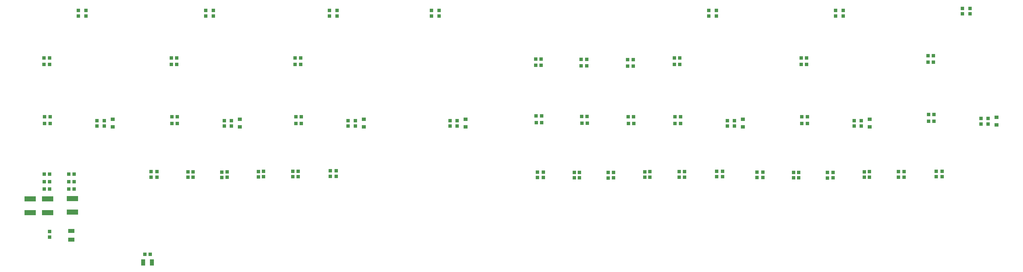
<source format=gbp>
G04 Layer_Color=128*
%FSLAX25Y25*%
%MOIN*%
G70*
G01*
G75*
%ADD19R,0.04331X0.04331*%
%ADD20R,0.04331X0.04331*%
%ADD21R,0.07480X0.04724*%
%ADD22R,0.04724X0.07480*%
%ADD46R,0.13780X0.05905*%
%ADD47R,0.05118X0.04331*%
D19*
X981004Y589000D02*
D03*
X987500D02*
D03*
X891000Y675000D02*
D03*
X897496D02*
D03*
X891000Y684000D02*
D03*
X897496D02*
D03*
X891000Y666500D02*
D03*
X897496D02*
D03*
X862000Y675000D02*
D03*
X868496D02*
D03*
X862000Y666500D02*
D03*
X868496D02*
D03*
X862000Y684000D02*
D03*
X868496D02*
D03*
X1159652Y752196D02*
D03*
X1166148D02*
D03*
X1165396Y814196D02*
D03*
X1158900D02*
D03*
X1159652Y744196D02*
D03*
X1166148D02*
D03*
X1165396Y821796D02*
D03*
X1158900D02*
D03*
X1013124Y752196D02*
D03*
X1019621D02*
D03*
X1018869Y814196D02*
D03*
X1012372D02*
D03*
X1013124Y744196D02*
D03*
X1019621D02*
D03*
X1018869Y821796D02*
D03*
X1012372D02*
D03*
X862624Y752196D02*
D03*
X869121D02*
D03*
X868369Y814196D02*
D03*
X861872D02*
D03*
X862624Y744196D02*
D03*
X869121D02*
D03*
X868369Y821796D02*
D03*
X861872D02*
D03*
X1552752Y752248D02*
D03*
X1559248D02*
D03*
X1558748Y819748D02*
D03*
X1552252D02*
D03*
X1553004Y744248D02*
D03*
X1559500D02*
D03*
X1558748Y812248D02*
D03*
X1552252D02*
D03*
X1497748Y752496D02*
D03*
X1504244D02*
D03*
X1503744Y819996D02*
D03*
X1497248D02*
D03*
X1498000Y744496D02*
D03*
X1504496D02*
D03*
X1503744Y812496D02*
D03*
X1497248D02*
D03*
X1443870Y753000D02*
D03*
X1450366D02*
D03*
X1449866Y820500D02*
D03*
X1443370D02*
D03*
X1444122Y745000D02*
D03*
X1450618D02*
D03*
X1449866Y813000D02*
D03*
X1443370D02*
D03*
X1908124Y754696D02*
D03*
X1914621D02*
D03*
X1913869Y816696D02*
D03*
X1907372D02*
D03*
X1908124Y746696D02*
D03*
X1914621D02*
D03*
X1913869Y824296D02*
D03*
X1907372D02*
D03*
X1608152Y752196D02*
D03*
X1614648D02*
D03*
X1613896Y814196D02*
D03*
X1607400D02*
D03*
X1608152Y744196D02*
D03*
X1614648D02*
D03*
X1613896Y821796D02*
D03*
X1607400D02*
D03*
X1758152Y752196D02*
D03*
X1764648D02*
D03*
X1763896Y814196D02*
D03*
X1757400D02*
D03*
X1758152Y744196D02*
D03*
X1764648D02*
D03*
X1763896Y821796D02*
D03*
X1757400D02*
D03*
D20*
X1200504Y687996D02*
D03*
Y681500D02*
D03*
X1207504Y687996D02*
D03*
Y681500D02*
D03*
X1162504Y681000D02*
D03*
Y687496D02*
D03*
X1156004Y681000D02*
D03*
Y687496D02*
D03*
X1121504D02*
D03*
Y681000D02*
D03*
X1115504Y687248D02*
D03*
Y680752D02*
D03*
X1078504Y680252D02*
D03*
Y686748D02*
D03*
X1072004Y680000D02*
D03*
Y686496D02*
D03*
X1038004Y686748D02*
D03*
Y680252D02*
D03*
X1032004Y686748D02*
D03*
Y680252D02*
D03*
X995504Y680500D02*
D03*
Y686996D02*
D03*
X988504Y680500D02*
D03*
Y686996D02*
D03*
X1917000Y687496D02*
D03*
Y681000D02*
D03*
X1924000Y687496D02*
D03*
Y681000D02*
D03*
X1657500Y687496D02*
D03*
Y681000D02*
D03*
X1664500Y687496D02*
D03*
Y681000D02*
D03*
X1879000Y680500D02*
D03*
Y686996D02*
D03*
X1872500Y680500D02*
D03*
Y686996D02*
D03*
X1619500Y680500D02*
D03*
Y686996D02*
D03*
X1613000Y680500D02*
D03*
Y686996D02*
D03*
X1838000D02*
D03*
Y680500D02*
D03*
X1832000Y686748D02*
D03*
Y680252D02*
D03*
X1578500Y686996D02*
D03*
Y680500D02*
D03*
X1572500Y686748D02*
D03*
Y680252D02*
D03*
X1795000Y679752D02*
D03*
Y686248D02*
D03*
X1788500Y679500D02*
D03*
Y685996D02*
D03*
X1535500Y679752D02*
D03*
Y686248D02*
D03*
X1529000Y679500D02*
D03*
Y685996D02*
D03*
X1754500Y686248D02*
D03*
Y679752D02*
D03*
X1748500Y686248D02*
D03*
Y679752D02*
D03*
X1495000Y686248D02*
D03*
Y679752D02*
D03*
X1489000Y686248D02*
D03*
Y679752D02*
D03*
X1712000Y680000D02*
D03*
Y686496D02*
D03*
X1705000Y680000D02*
D03*
Y686496D02*
D03*
X1452500Y680000D02*
D03*
Y686496D02*
D03*
X1445500Y680000D02*
D03*
Y686496D02*
D03*
X868500Y616000D02*
D03*
Y609504D02*
D03*
X1208528Y878000D02*
D03*
Y871504D02*
D03*
X1199528Y878000D02*
D03*
Y871504D02*
D03*
X1221528Y747496D02*
D03*
Y741000D02*
D03*
X1230028Y747496D02*
D03*
Y741000D02*
D03*
X1062000Y878000D02*
D03*
Y871504D02*
D03*
X1053000Y878000D02*
D03*
Y871504D02*
D03*
X1075000Y747496D02*
D03*
Y741000D02*
D03*
X1083500Y747496D02*
D03*
Y741000D02*
D03*
X911500Y878000D02*
D03*
Y871504D02*
D03*
X902500Y878000D02*
D03*
Y871504D02*
D03*
X924500Y747496D02*
D03*
Y741000D02*
D03*
X933000Y747496D02*
D03*
Y741000D02*
D03*
X1329000Y877972D02*
D03*
Y871476D02*
D03*
X1320000Y877972D02*
D03*
Y871476D02*
D03*
X1342000Y747469D02*
D03*
Y740972D02*
D03*
X1350500Y747469D02*
D03*
Y740972D02*
D03*
X1957000Y880500D02*
D03*
Y874004D02*
D03*
X1948000Y880500D02*
D03*
Y874004D02*
D03*
X1970000Y749996D02*
D03*
Y743500D02*
D03*
X1978500Y749996D02*
D03*
Y743500D02*
D03*
X1657028Y878000D02*
D03*
Y871504D02*
D03*
X1648028Y878000D02*
D03*
Y871504D02*
D03*
X1670028Y747496D02*
D03*
Y741000D02*
D03*
X1678528Y747496D02*
D03*
Y741000D02*
D03*
X1807028Y878000D02*
D03*
Y871504D02*
D03*
X1798028Y878000D02*
D03*
Y871504D02*
D03*
X1820028Y747496D02*
D03*
Y741000D02*
D03*
X1828528Y747496D02*
D03*
Y741000D02*
D03*
D21*
X894000Y606500D02*
D03*
Y616736D02*
D03*
D22*
X989500Y579500D02*
D03*
X979264D02*
D03*
D46*
X845500Y654642D02*
D03*
Y638500D02*
D03*
X895500Y655142D02*
D03*
Y639000D02*
D03*
X866000Y654642D02*
D03*
Y638500D02*
D03*
D47*
X1240028Y739972D02*
D03*
Y749028D02*
D03*
X1093500Y739972D02*
D03*
Y749028D02*
D03*
X943000Y739972D02*
D03*
Y749028D02*
D03*
X1360500Y739945D02*
D03*
Y749000D02*
D03*
X1988500Y742472D02*
D03*
Y751528D02*
D03*
X1688528Y739972D02*
D03*
Y749028D02*
D03*
X1838528Y739972D02*
D03*
Y749028D02*
D03*
M02*

</source>
